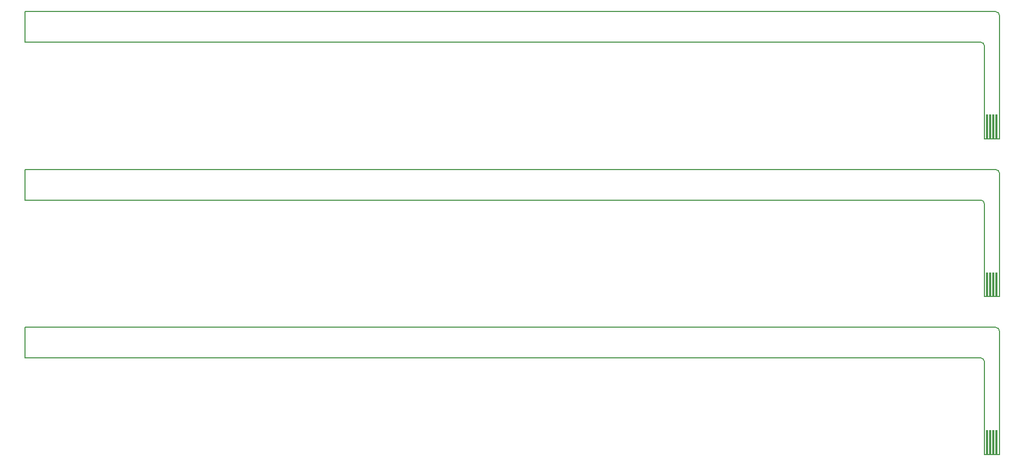
<source format=gbp>
G04*
G04 #@! TF.GenerationSoftware,Altium Limited,Altium Designer,19.0.12 (326)*
G04*
G04 Layer_Color=128*
%FSLAX44Y44*%
%MOMM*%
G71*
G01*
G75*
%ADD13R,0.3000X4.0000*%
%ADD21C,0.1270*%
D13*
X1579500Y533996D02*
D03*
X1569500D02*
D03*
X1564500D02*
D03*
X1574500D02*
D03*
X1579500Y276996D02*
D03*
X1569500D02*
D03*
X1564500D02*
D03*
X1574500D02*
D03*
X1579500Y19996D02*
D03*
X1569500D02*
D03*
X1564500D02*
D03*
X1574500D02*
D03*
D21*
X1559500Y666000D02*
G03*
X1554500Y671000I-5000J0D01*
G01*
X1584500Y714640D02*
G03*
X1578140Y721000I-6360J0D01*
G01*
X0Y671000D02*
Y721000D01*
Y671000D02*
X1554500D01*
X0Y721000D02*
X1474500D01*
X1559500D01*
Y514000D02*
Y666000D01*
X1554500Y671000D02*
X1554500D01*
X1559500Y721000D02*
X1578140D01*
X1584500Y514000D02*
Y714640D01*
X1559500Y514000D02*
X1584500D01*
X1559500Y409000D02*
G03*
X1554500Y414000I-5000J0D01*
G01*
X1584500Y457640D02*
G03*
X1578140Y464000I-6360J0D01*
G01*
X0Y414000D02*
Y464000D01*
Y414000D02*
X1554500D01*
X0Y464000D02*
X1474500D01*
X1559500D01*
Y257000D02*
Y409000D01*
X1554500Y414000D02*
X1554500D01*
X1559500Y464000D02*
X1578140D01*
X1584500Y257000D02*
Y457640D01*
X1559500Y257000D02*
X1584500D01*
X1559500Y152000D02*
G03*
X1554500Y157000I-5000J0D01*
G01*
X1584500Y200640D02*
G03*
X1578140Y207000I-6360J0D01*
G01*
X0Y157000D02*
Y207000D01*
Y157000D02*
X1554500D01*
X0Y207000D02*
X1474500D01*
X1559500D01*
Y0D02*
Y152000D01*
X1554500Y157000D02*
X1554500D01*
X1559500Y207000D02*
X1578140D01*
X1584500Y0D02*
Y200640D01*
X1559500Y0D02*
X1584500D01*
M02*

</source>
